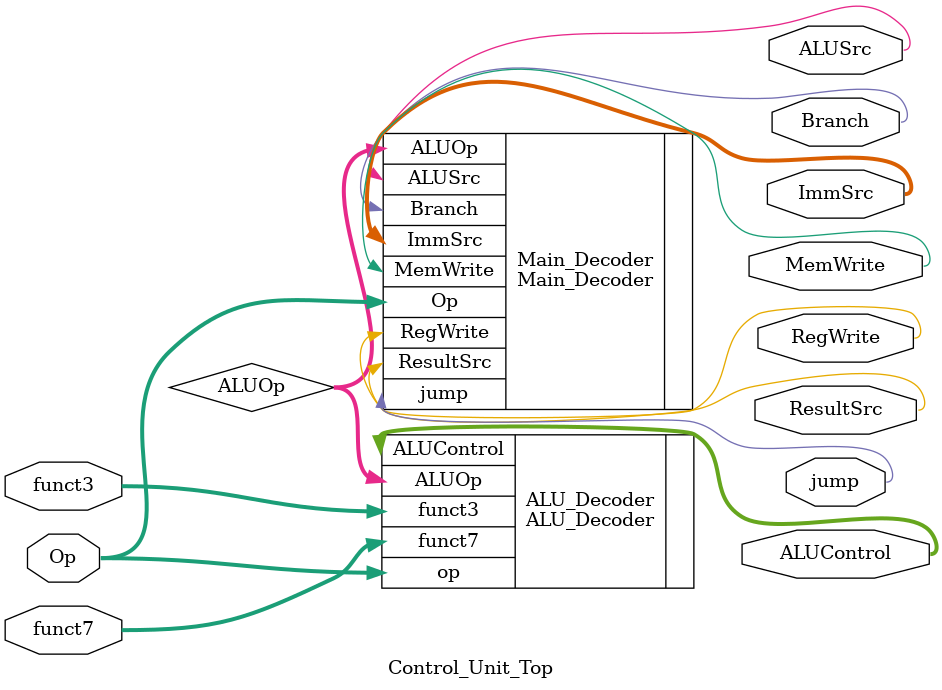
<source format=v>


module Control_Unit_Top(Op,RegWrite,ImmSrc,ALUSrc,MemWrite,ResultSrc,Branch,jump,funct3,funct7,ALUControl);

    input [6:0]Op,funct7;
    input [2:0]funct3;
    output RegWrite,ALUSrc,MemWrite,ResultSrc,Branch,jump;
    output [1:0]ImmSrc;
    output [2:0]ALUControl;

    wire [1:0]ALUOp;

    Main_Decoder Main_Decoder(
                .Op(Op),
                .RegWrite(RegWrite),
                .ImmSrc(ImmSrc),
                .MemWrite(MemWrite),
                .ResultSrc(ResultSrc),
                .Branch(Branch),
                .jump(jump),
                .ALUSrc(ALUSrc),
                .ALUOp(ALUOp)
    );

    ALU_Decoder ALU_Decoder(
                            .ALUOp(ALUOp),
                            .funct3(funct3),
                            .funct7(funct7),
                            .op(Op),
                            .ALUControl(ALUControl)
    );


endmodule
</source>
